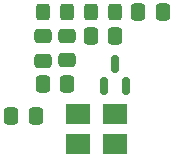
<source format=gbr>
%TF.GenerationSoftware,KiCad,Pcbnew,(6.0.4)*%
%TF.CreationDate,2022-07-11T20:34:20+03:00*%
%TF.ProjectId,Basic-150-MHz-Telemetry-Transmitter-SMD,42617369-632d-4313-9530-2d4d487a2d54,rev?*%
%TF.SameCoordinates,Original*%
%TF.FileFunction,Paste,Top*%
%TF.FilePolarity,Positive*%
%FSLAX46Y46*%
G04 Gerber Fmt 4.6, Leading zero omitted, Abs format (unit mm)*
G04 Created by KiCad (PCBNEW (6.0.4)) date 2022-07-11 20:34:20*
%MOMM*%
%LPD*%
G01*
G04 APERTURE LIST*
G04 Aperture macros list*
%AMRoundRect*
0 Rectangle with rounded corners*
0 $1 Rounding radius*
0 $2 $3 $4 $5 $6 $7 $8 $9 X,Y pos of 4 corners*
0 Add a 4 corners polygon primitive as box body*
4,1,4,$2,$3,$4,$5,$6,$7,$8,$9,$2,$3,0*
0 Add four circle primitives for the rounded corners*
1,1,$1+$1,$2,$3*
1,1,$1+$1,$4,$5*
1,1,$1+$1,$6,$7*
1,1,$1+$1,$8,$9*
0 Add four rect primitives between the rounded corners*
20,1,$1+$1,$2,$3,$4,$5,0*
20,1,$1+$1,$4,$5,$6,$7,0*
20,1,$1+$1,$6,$7,$8,$9,0*
20,1,$1+$1,$8,$9,$2,$3,0*%
G04 Aperture macros list end*
%ADD10R,2.100000X1.800000*%
%ADD11RoundRect,0.250000X-0.475000X0.337500X-0.475000X-0.337500X0.475000X-0.337500X0.475000X0.337500X0*%
%ADD12RoundRect,0.250000X-0.337500X-0.475000X0.337500X-0.475000X0.337500X0.475000X-0.337500X0.475000X0*%
%ADD13RoundRect,0.150000X0.150000X-0.587500X0.150000X0.587500X-0.150000X0.587500X-0.150000X-0.587500X0*%
%ADD14RoundRect,0.250000X-0.325000X-0.450000X0.325000X-0.450000X0.325000X0.450000X-0.325000X0.450000X0*%
%ADD15RoundRect,0.250000X0.337500X0.475000X-0.337500X0.475000X-0.337500X-0.475000X0.337500X-0.475000X0*%
%ADD16RoundRect,0.250000X0.475000X-0.337500X0.475000X0.337500X-0.475000X0.337500X-0.475000X-0.337500X0*%
G04 APERTURE END LIST*
D10*
%TO.C,Y1*%
X52660650Y-50726100D03*
X49560650Y-50726100D03*
X49560650Y-53226100D03*
X52660650Y-53226100D03*
%TD*%
D11*
%TO.C,RP1*%
X48596650Y-44100600D03*
X48596650Y-46175600D03*
%TD*%
D12*
%TO.C,R1*%
X43876150Y-50878500D03*
X45951150Y-50878500D03*
%TD*%
D13*
%TO.C,Q1*%
X51710650Y-48361600D03*
X53610650Y-48361600D03*
X52660650Y-46486600D03*
%TD*%
D14*
%TO.C,L2*%
X50628650Y-42090100D03*
X52678650Y-42090100D03*
%TD*%
%TO.C,L1*%
X46546650Y-42090100D03*
X48596650Y-42090100D03*
%TD*%
D15*
%TO.C,CP1*%
X46543150Y-48186100D03*
X48618150Y-48186100D03*
%TD*%
D12*
%TO.C,C3*%
X54649650Y-42090100D03*
X56724650Y-42090100D03*
%TD*%
D15*
%TO.C,C2*%
X52703650Y-44122100D03*
X50628650Y-44122100D03*
%TD*%
D16*
%TO.C,C1*%
X46564650Y-46197100D03*
X46564650Y-44122100D03*
%TD*%
M02*

</source>
